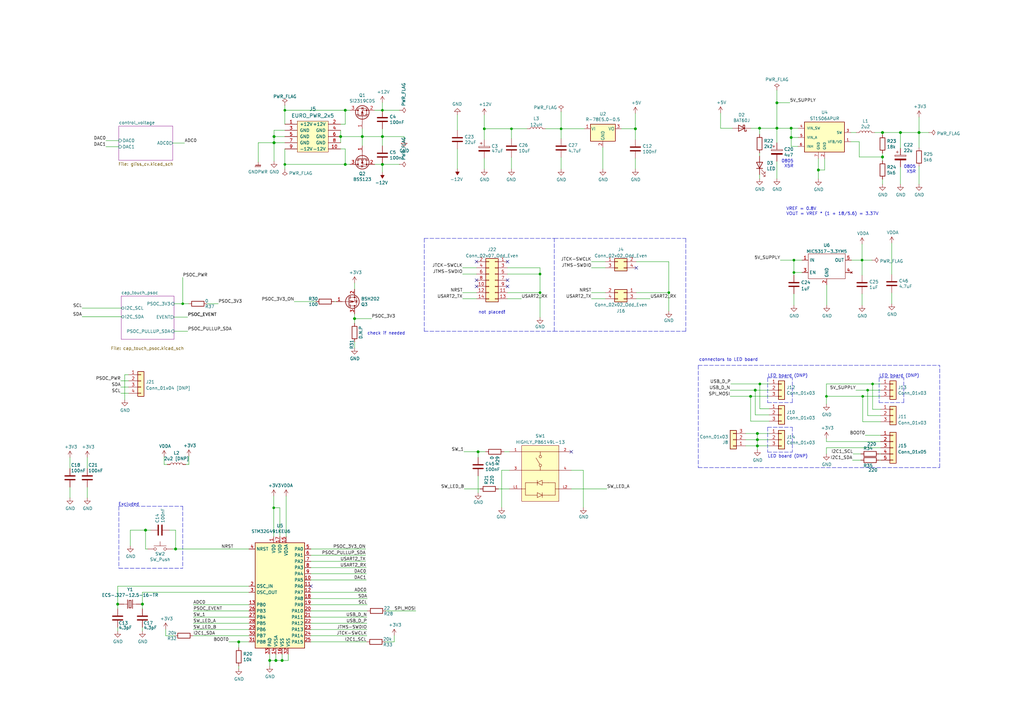
<source format=kicad_sch>
(kicad_sch (version 20211123) (generator eeschema)
  (paper "A3")
  (junction (at 139.7 56.007) (diameter 1.016))
  (junction (at 209.7786 52.832))
  (junction (at 325.628 111.76))
  (junction (at 74.93 124.587))
  (junction (at 97.917 263.271) (diameter 1.016))
  (junction (at 311.531 52.578) (diameter 1.016))
  (junction (at 260.604 52.832) (diameter 1.016))
  (junction (at 156.845 56.007) (diameter 1.016))
  (junction (at 141.605 67.437) (diameter 1.016))
  (junction (at 311.658 157.48))
  (junction (at 115.697 270.891) (diameter 1.016))
  (junction (at 338.963 162.56))
  (junction (at 318.643 42.164) (diameter 1.016))
  (junction (at 113.157 270.891) (diameter 1.016))
  (junction (at 324.485 56.388) (diameter 1.016))
  (junction (at 112.395 56.007) (diameter 1.016))
  (junction (at 335.661 69.723) (diameter 1.016))
  (junction (at 310.642 177.8) (diameter 1.016))
  (junction (at 324.485 52.578) (diameter 1.016))
  (junction (at 198.6534 52.832))
  (junction (at 156.845 45.212))
  (junction (at 355.854 160.02))
  (junction (at 230.124 52.832))
  (junction (at 112.395 58.547) (diameter 1.016))
  (junction (at 145.415 130.683) (diameter 1.016))
  (junction (at 59.69 217.424) (diameter 1.016))
  (junction (at 198.628 52.832))
  (junction (at 309.753 160.02) (diameter 1.016))
  (junction (at 112.395 58.5216))
  (junction (at 274.32 120.015))
  (junction (at 196.088 185.293) (diameter 1.016))
  (junction (at 310.642 182.88) (diameter 1.016))
  (junction (at 221.488 112.395))
  (junction (at 110.617 270.891) (diameter 1.016))
  (junction (at 141.605 45.212) (diameter 1.016))
  (junction (at 148.59 56.007) (diameter 1.016))
  (junction (at 361.95 54.356) (diameter 1.016))
  (junction (at 112.268 208.28))
  (junction (at 221.488 120.015))
  (junction (at 116.84 45.212))
  (junction (at 58.42 247.777) (diameter 1.016))
  (junction (at 48.26 247.777) (diameter 1.016))
  (junction (at 376.936 54.356) (diameter 1.016))
  (junction (at 357.886 157.48))
  (junction (at 156.845 67.437) (diameter 1.016))
  (junction (at 116.84 67.437))
  (junction (at 310.642 180.34) (diameter 1.016))
  (junction (at 353.568 106.68))
  (junction (at 369.316 54.356) (diameter 1.016))
  (junction (at 353.822 162.56))
  (junction (at 361.95 64.389) (diameter 1.016))
  (junction (at 325.628 106.68))
  (junction (at 318.643 52.578) (diameter 1.016))
  (junction (at 72.009 225.171) (diameter 1.016))
  (junction (at 307.848 162.56) (diameter 1.016))
  (no_connect (at 234.315 185.293))
  (no_connect (at 208.153 114.935))
  (no_connect (at 208.153 117.475))
  (no_connect (at 195.453 107.315))
  (no_connect (at 260.985 109.855))
  (no_connect (at 127.508 240.411))
  (no_connect (at 208.153 107.315))
  (no_connect (at 195.453 114.935))
  (no_connect (at 195.453 117.475))
  (wire (pts (xy 153.67 67.437) (xy 156.845 67.437)))
  (wire (pts (xy 139.7 50.927) (xy 141.605 50.927)))
  (wire (pts (xy 141.605 61.087) (xy 139.7 61.087)))
  (wire (pts (xy 348.996 58.166) (xy 352.425 58.166)))
  (wire (pts (xy 115.697 270.891) (xy 113.157 270.891)))
  (wire (pts (xy 338.201 69.723) (xy 335.661 69.723)))
  (wire (pts (xy 338.963 183.642) (xy 338.963 186.182)))
  (wire (pts (xy 112.395 56.007) (xy 112.395 58.5216)))
  (wire (pts (xy 310.642 182.88) (xy 315.468 182.88)))
  (polyline (pts (xy 314.833 175.26) (xy 324.993 175.26)))
  (wire (pts (xy 33.655 129.921) (xy 49.7332 129.921)))
  (wire (pts (xy 353.822 162.56) (xy 361.188 162.56)))
  (wire (pts (xy 208.153 109.855) (xy 221.488 109.855)))
  (wire (pts (xy 376.936 54.356) (xy 376.936 60.579)))
  (wire (pts (xy 198.628 52.832) (xy 198.6534 52.832)))
  (wire (pts (xy 206.756 185.293) (xy 208.915 185.293)))
  (wire (pts (xy 117.348 203.454) (xy 117.348 220.091)))
  (wire (pts (xy 353.568 106.68) (xy 357.632 106.68)))
  (wire (pts (xy 116.84 45.212) (xy 141.605 45.212)))
  (wire (pts (xy 69.469 217.424) (xy 72.009 217.424)))
  (wire (pts (xy 305.816 182.88) (xy 310.642 182.88)))
  (wire (pts (xy 239.268 192.913) (xy 239.268 208.153)))
  (wire (pts (xy 156.845 45.212) (xy 163.8554 45.212)))
  (wire (pts (xy 58.42 257.302) (xy 58.42 258.826)))
  (wire (pts (xy 48.26 240.411) (xy 102.108 240.411)))
  (wire (pts (xy 48.26 257.302) (xy 48.26 258.826)))
  (wire (pts (xy 299.466 162.56) (xy 307.848 162.56)))
  (wire (pts (xy 139.7 56.007) (xy 148.59 56.007)))
  (wire (pts (xy 156.845 56.007) (xy 165.735 56.007)))
  (wire (pts (xy 79.248 258.191) (xy 102.108 258.191)))
  (wire (pts (xy 320.04 106.68) (xy 325.628 106.68)))
  (wire (pts (xy 71.374 135.89) (xy 77.0128 135.89)))
  (wire (pts (xy 310.642 177.8) (xy 315.468 177.8)))
  (wire (pts (xy 97.917 273.177) (xy 97.917 274.193)))
  (wire (pts (xy 76.2 190.5) (xy 77.47 190.5)))
  (wire (pts (xy 120.65 123.698) (xy 129.54 123.698)))
  (wire (pts (xy 357.886 167.894) (xy 357.886 157.48)))
  (wire (pts (xy 247.269 60.452) (xy 247.269 69.342)))
  (wire (pts (xy 196.088 185.293) (xy 196.088 187.579)))
  (wire (pts (xy 189.738 120.015) (xy 195.453 120.015)))
  (polyline (pts (xy 227.33 135.89) (xy 227.33 97.79)))
  (wire (pts (xy 365.76 120.142) (xy 365.76 124.587)))
  (wire (pts (xy 67.31 190.5) (xy 68.58 190.5)))
  (wire (pts (xy 196.088 195.199) (xy 196.088 202.184)))
  (polyline (pts (xy 48.768 233.045) (xy 74.93 233.045)) (stroke (width 0) (type dash)))
  (wire (pts (xy 338.963 162.56) (xy 338.963 165.735)))
  (wire (pts (xy 112.395 58.5216) (xy 112.395 58.547)))
  (wire (pts (xy 190.246 185.293) (xy 196.088 185.293)))
  (wire (pts (xy 127.508 253.111) (xy 150.495 253.111)))
  (wire (pts (xy 79.248 260.731) (xy 102.108 260.731)))
  (wire (pts (xy 189.738 122.555) (xy 195.453 122.555)))
  (wire (pts (xy 349.25 106.68) (xy 353.568 106.68)))
  (wire (pts (xy 156.845 56.007) (xy 156.845 59.817)))
  (wire (pts (xy 105.918 58.5216) (xy 112.395 58.5216)))
  (wire (pts (xy 307.975 52.578) (xy 311.531 52.578)))
  (wire (pts (xy 351.028 160.02) (xy 355.854 160.02)))
  (wire (pts (xy 158.242 250.571) (xy 170.561 250.571)))
  (wire (pts (xy 339.09 116.84) (xy 339.09 125.222)))
  (wire (pts (xy 311.531 62.738) (xy 311.531 64.008)))
  (wire (pts (xy 369.316 54.356) (xy 361.95 54.356)))
  (wire (pts (xy 127.508 250.571) (xy 150.622 250.571)))
  (wire (pts (xy 315.468 170.18) (xy 309.753 170.18)))
  (wire (pts (xy 355.854 170.434) (xy 355.854 160.02)))
  (wire (pts (xy 361.95 54.356) (xy 361.95 55.245)))
  (wire (pts (xy 84.963 124.587) (xy 89.535 124.587)))
  (wire (pts (xy 318.643 42.164) (xy 318.643 52.578)))
  (wire (pts (xy 315.468 167.64) (xy 311.658 167.64)))
  (wire (pts (xy 127.508 225.171) (xy 149.987 225.171)))
  (wire (pts (xy 71.374 124.587) (xy 74.93 124.587)))
  (wire (pts (xy 242.57 109.855) (xy 248.285 109.855)))
  (wire (pts (xy 127.508 237.871) (xy 150.241 237.871)))
  (wire (pts (xy 205.74 192.913) (xy 208.915 192.913)))
  (wire (pts (xy 310.642 180.34) (xy 315.468 180.34)))
  (polyline (pts (xy 281.305 135.89) (xy 227.33 135.89)))
  (wire (pts (xy 318.643 52.578) (xy 318.643 58.547)))
  (wire (pts (xy 189.738 112.395) (xy 195.453 112.395)))
  (wire (pts (xy 376.936 54.356) (xy 381 54.356)))
  (wire (pts (xy 72.009 225.171) (xy 102.108 225.171)))
  (wire (pts (xy 260.604 52.832) (xy 260.604 57.277)))
  (wire (pts (xy 365.76 99.695) (xy 365.76 112.522)))
  (wire (pts (xy 118.237 268.351) (xy 118.237 270.891)))
  (polyline (pts (xy 173.99 135.89) (xy 227.33 135.89)))
  (wire (pts (xy 242.57 120.015) (xy 248.285 120.015)))
  (wire (pts (xy 187.6044 53.4416) (xy 187.6044 47.0154)))
  (wire (pts (xy 116.84 50.927) (xy 116.84 45.212)))
  (wire (pts (xy 187.6044 69.2404) (xy 187.6044 61.0616)))
  (wire (pts (xy 58.42 247.777) (xy 58.42 249.682)))
  (polyline (pts (xy 385.445 191.77) (xy 385.445 149.86)) (stroke (width 0) (type dash)))
  (wire (pts (xy 325.628 120.4976) (xy 325.628 125.222)))
  (wire (pts (xy 116.84 43.18) (xy 116.84 45.212)))
  (polyline (pts (xy 227.33 97.79) (xy 281.305 97.79)))
  (wire (pts (xy 102.108 248.031) (xy 79.248 248.031)))
  (wire (pts (xy 70.739 225.171) (xy 72.009 225.171)))
  (polyline (pts (xy 286.385 149.86) (xy 286.385 191.77)) (stroke (width 0) (type dash)))
  (wire (pts (xy 51.181 163.957) (xy 51.181 153.67)))
  (wire (pts (xy 361.95 73.533) (xy 361.95 75.565)))
  (wire (pts (xy 112.395 58.547) (xy 116.84 58.547)))
  (wire (pts (xy 338.963 181.102) (xy 338.963 179.832)))
  (wire (pts (xy 198.6534 52.832) (xy 198.6534 52.8574)))
  (wire (pts (xy 116.84 53.467) (xy 112.395 53.467)))
  (wire (pts (xy 299.72 157.48) (xy 311.658 157.48)))
  (wire (pts (xy 145.415 128.778) (xy 145.415 130.683)))
  (wire (pts (xy 209.7786 52.832) (xy 216.154 52.832)))
  (wire (pts (xy 318.643 66.167) (xy 318.643 73.279)))
  (wire (pts (xy 161.671 260.604) (xy 161.671 263.271)))
  (wire (pts (xy 325.628 111.76) (xy 325.628 106.68)))
  (wire (pts (xy 376.936 48.006) (xy 376.936 54.356)))
  (wire (pts (xy 311.658 157.48) (xy 315.468 157.48)))
  (wire (pts (xy 361.188 170.434) (xy 355.854 170.434)))
  (wire (pts (xy 112.395 56.007) (xy 116.84 56.007)))
  (wire (pts (xy 361.188 183.642) (xy 338.963 183.642)))
  (wire (pts (xy 311.531 52.578) (xy 311.531 55.118)))
  (wire (pts (xy 79.248 250.571) (xy 102.108 250.571)))
  (wire (pts (xy 311.658 157.48) (xy 311.658 167.64)))
  (polyline (pts (xy 370.713 165.1) (xy 370.713 154.94)))
  (wire (pts (xy 208.153 120.015) (xy 221.488 120.015)))
  (wire (pts (xy 114.808 208.28) (xy 114.808 220.091)))
  (wire (pts (xy 315.468 172.72) (xy 307.848 172.72)))
  (wire (pts (xy 127.508 263.271) (xy 150.368 263.271)))
  (wire (pts (xy 361.188 167.894) (xy 357.886 167.894)))
  (wire (pts (xy 97.917 263.271) (xy 97.917 265.557)))
  (wire (pts (xy 324.485 52.578) (xy 327.406 52.578)))
  (wire (pts (xy 145.415 130.683) (xy 152.4 130.683)))
  (wire (pts (xy 230.124 45.8216) (xy 230.124 52.832)))
  (wire (pts (xy 198.628 52.832) (xy 198.628 57.277)))
  (wire (pts (xy 112.395 58.547) (xy 112.395 66.167)))
  (wire (pts (xy 153.67 45.212) (xy 156.845 45.212)))
  (wire (pts (xy 127.508 230.251) (xy 149.987 230.251)))
  (wire (pts (xy 105.918 66.4464) (xy 105.918 58.5216)))
  (wire (pts (xy 230.124 52.832) (xy 230.124 56.896)))
  (wire (pts (xy 137.16 123.698) (xy 137.795 123.698)))
  (wire (pts (xy 361.95 64.389) (xy 361.95 65.913)))
  (wire (pts (xy 145.415 116.078) (xy 145.415 118.618)))
  (polyline (pts (xy 173.99 97.79) (xy 173.99 135.89)))
  (wire (pts (xy 112.268 208.28) (xy 114.808 208.28)))
  (wire (pts (xy 67.945 260.731) (xy 71.628 260.731)))
  (polyline (pts (xy 314.833 185.42) (xy 324.993 185.42)))
  (wire (pts (xy 221.488 112.395) (xy 221.488 120.015)))
  (wire (pts (xy 358.775 54.356) (xy 361.95 54.356)))
  (wire (pts (xy 53.467 217.424) (xy 59.69 217.424)))
  (wire (pts (xy 156.845 67.437) (xy 163.8554 67.437)))
  (wire (pts (xy 318.643 42.164) (xy 323.977 42.164)))
  (wire (pts (xy 353.568 100.076) (xy 353.568 106.68)))
  (wire (pts (xy 223.774 52.832) (xy 230.124 52.832)))
  (wire (pts (xy 127.508 235.331) (xy 150.241 235.331)))
  (polyline (pts (xy 314.833 154.94) (xy 324.993 154.94)))
  (wire (pts (xy 58.42 242.951) (xy 58.42 247.777)))
  (wire (pts (xy 53.467 217.424) (xy 53.467 223.901)))
  (wire (pts (xy 113.157 270.891) (xy 110.617 270.891)))
  (wire (pts (xy 139.7 53.467) (xy 139.7 56.007)))
  (wire (pts (xy 48.26 247.777) (xy 48.26 249.682)))
  (wire (pts (xy 311.531 52.578) (xy 318.643 52.578)))
  (wire (pts (xy 349.631 188.722) (xy 353.06 188.722)))
  (wire (pts (xy 260.604 46.482) (xy 260.604 52.832)))
  (wire (pts (xy 299.466 160.02) (xy 309.753 160.02)))
  (wire (pts (xy 116.84 67.437) (xy 141.605 67.437)))
  (polyline (pts (xy 173.99 97.79) (xy 227.33 97.79)))
  (wire (pts (xy 199.136 185.293) (xy 196.088 185.293)))
  (wire (pts (xy 305.816 177.8) (xy 310.642 177.8)))
  (wire (pts (xy 353.822 172.974) (xy 353.822 162.56)))
  (wire (pts (xy 335.661 69.723) (xy 335.661 73.406)))
  (wire (pts (xy 102.108 253.111) (xy 79.248 253.111)))
  (wire (pts (xy 35.814 187.579) (xy 35.814 192.151)))
  (wire (pts (xy 43.434 60.198) (xy 48.768 60.198)))
  (wire (pts (xy 309.753 160.02) (xy 309.753 170.18)))
  (wire (pts (xy 369.316 68.453) (xy 369.316 75.565)))
  (wire (pts (xy 71.374 130.048) (xy 76.962 130.048)))
  (wire (pts (xy 209.7786 56.896) (xy 209.7786 52.832)))
  (polyline (pts (xy 360.553 165.1) (xy 370.713 165.1)))
  (wire (pts (xy 208.153 112.395) (xy 221.488 112.395)))
  (wire (pts (xy 74.93 124.587) (xy 77.343 124.587)))
  (wire (pts (xy 198.628 47.117) (xy 198.628 52.832)))
  (wire (pts (xy 112.268 208.28) (xy 112.268 220.091)))
  (wire (pts (xy 230.124 52.832) (xy 239.649 52.832)))
  (wire (pts (xy 325.628 111.76) (xy 325.628 112.8776)))
  (polyline (pts (xy 48.768 207.645) (xy 74.93 207.645)) (stroke (width 0) (type dash)))
  (wire (pts (xy 318.643 52.578) (xy 324.485 52.578)))
  (wire (pts (xy 112.268 203.454) (xy 112.268 208.28)))
  (wire (pts (xy 67.31 187.325) (xy 67.31 190.5)))
  (wire (pts (xy 112.395 53.467) (xy 112.395 56.007)))
  (polyline (pts (xy 360.553 154.94) (xy 360.553 165.1)))
  (wire (pts (xy 93.853 263.271) (xy 97.917 263.271)))
  (wire (pts (xy 72.009 217.424) (xy 72.009 225.171)))
  (wire (pts (xy 115.697 268.351) (xy 115.697 270.891)))
  (wire (pts (xy 190.373 200.533) (xy 196.85 200.533)))
  (wire (pts (xy 338.963 157.48) (xy 338.963 162.56)))
  (wire (pts (xy 274.32 107.315) (xy 274.32 120.015)))
  (wire (pts (xy 325.628 106.68) (xy 328.93 106.68)))
  (wire (pts (xy 61.849 217.424) (xy 59.69 217.424)))
  (wire (pts (xy 208.153 122.555) (xy 213.868 122.555)))
  (wire (pts (xy 148.59 56.007) (xy 156.845 56.007)))
  (wire (pts (xy 48.26 240.411) (xy 48.26 247.777)))
  (wire (pts (xy 35.814 199.771) (xy 35.814 204.216)))
  (wire (pts (xy 353.568 106.68) (xy 353.568 112.903)))
  (polyline (pts (xy 74.93 207.645) (xy 74.93 207.645)) (stroke (width 0) (type dash)))
  (wire (pts (xy 338.963 157.48) (xy 357.886 157.48)))
  (wire (pts (xy 221.488 120.015) (xy 221.488 130.175)))
  (wire (pts (xy 141.605 67.437) (xy 141.605 61.087)))
  (wire (pts (xy 338.963 162.56) (xy 353.822 162.56)))
  (wire (pts (xy 376.936 54.356) (xy 369.316 54.356)))
  (wire (pts (xy 74.93 124.587) (xy 74.93 113.792)))
  (wire (pts (xy 335.661 65.024) (xy 335.661 69.723)))
  (polyline (pts (xy 360.553 154.94) (xy 370.713 154.94)))
  (wire (pts (xy 307.848 162.56) (xy 315.468 162.56)))
  (wire (pts (xy 327.279 60.071) (xy 324.485 60.071)))
  (wire (pts (xy 242.57 107.315) (xy 248.285 107.315)))
  (wire (pts (xy 49.53 156.21) (xy 52.705 156.21)))
  (wire (pts (xy 110.617 270.891) (xy 110.617 273.177)) (stroke (width 0.1524)))
  (wire (pts (xy 357.886 157.48) (xy 361.188 157.48)))
  (wire (pts (xy 361.188 172.974) (xy 353.822 172.974)))
  (polyline (pts (xy 324.993 175.26) (xy 324.993 185.42)))
  (wire (pts (xy 318.643 36.957) (xy 318.643 42.164)))
  (wire (pts (xy 139.7 56.007) (xy 139.7 58.547)))
  (wire (pts (xy 127.508 258.191) (xy 150.495 258.191)))
  (wire (pts (xy 165.735 56.007) (xy 165.735 57.4802)))
  (wire (pts (xy 309.753 160.02) (xy 315.468 160.02)))
  (wire (pts (xy 310.642 182.88) (xy 310.642 184.404)))
  (wire (pts (xy 156.845 67.437) (xy 156.845 70.612)))
  (wire (pts (xy 148.59 56.007) (xy 148.59 59.817)))
  (wire (pts (xy 43.434 57.658) (xy 48.768 57.658)))
  (wire (pts (xy 145.415 130.683) (xy 145.415 132.588)))
  (wire (pts (xy 260.985 122.555) (xy 266.7 122.555)))
  (wire (pts (xy 295.529 46.355) (xy 295.529 52.578)))
  (wire (pts (xy 349.885 186.182) (xy 353.06 186.182)))
  (wire (pts (xy 77.47 187.071) (xy 77.47 190.5)))
  (wire (pts (xy 141.605 45.212) (xy 143.51 45.212)))
  (wire (pts (xy 260.604 64.897) (xy 260.604 69.342)))
  (wire (pts (xy 67.945 258.064) (xy 67.945 260.731)))
  (polyline (pts (xy 48.768 207.645) (xy 48.768 233.045)) (stroke (width 0) (type dash)))
  (wire (pts (xy 127.508 227.711) (xy 149.987 227.711)))
  (wire (pts (xy 143.51 67.437) (xy 141.605 67.437)))
  (wire (pts (xy 274.32 120.015) (xy 274.32 127.635)))
  (wire (pts (xy 148.59 52.832) (xy 148.59 56.007)))
  (wire (pts (xy 127.508 242.951) (xy 150.368 242.951)))
  (wire (pts (xy 324.485 56.388) (xy 324.485 52.578)))
  (wire (pts (xy 127.508 255.651) (xy 150.495 255.651)))
  (wire (pts (xy 295.529 52.578) (xy 300.355 52.578)))
  (wire (pts (xy 310.642 177.8) (xy 310.642 180.34)))
  (polyline (pts (xy 314.833 175.26) (xy 314.833 185.42)))
  (wire (pts (xy 59.69 217.424) (xy 59.69 225.171)))
  (wire (pts (xy 145.415 140.208) (xy 145.415 142.748)))
  (wire (pts (xy 156.845 52.832) (xy 156.845 56.007)))
  (wire (pts (xy 141.605 50.927) (xy 141.605 45.212)))
  (wire (pts (xy 161.671 263.271) (xy 157.988 263.271)))
  (wire (pts (xy 221.488 109.855) (xy 221.488 112.395)))
  (wire (pts (xy 209.7786 64.516) (xy 209.7786 69.342)))
  (polyline (pts (xy 324.993 165.1) (xy 324.993 154.94)))
  (wire (pts (xy 355.854 160.02) (xy 361.188 160.02)))
  (wire (pts (xy 110.617 268.351) (xy 110.617 270.891)) (stroke (width 0.1524)))
  (wire (pts (xy 33.655 126.365) (xy 49.7332 126.365)))
  (wire (pts (xy 307.848 162.56) (xy 307.848 172.72)))
  (wire (pts (xy 260.985 120.015) (xy 274.32 120.015)))
  (wire (pts (xy 79.248 255.651) (xy 102.108 255.651)))
  (wire (pts (xy 28.702 187.579) (xy 28.702 192.151)))
  (wire (pts (xy 369.316 60.833) (xy 369.316 54.356)))
  (wire (pts (xy 353.568 120.523) (xy 353.568 125.2474)))
  (wire (pts (xy 116.84 67.437) (xy 116.84 69.342)))
  (wire (pts (xy 127.508 260.731) (xy 150.495 260.731)))
  (wire (pts (xy 352.425 64.389) (xy 361.95 64.389)))
  (wire (pts (xy 361.95 62.865) (xy 361.95 64.389)))
  (polyline (pts (xy 314.833 165.1) (xy 324.993 165.1)))
  (wire (pts (xy 189.738 109.855) (xy 195.453 109.855)))
  (wire (pts (xy 58.42 242.951) (xy 102.108 242.951)))
  (wire (pts (xy 116.84 61.087) (xy 116.84 67.437)))
  (wire (pts (xy 113.157 268.351) (xy 113.157 270.891)))
  (wire (pts (xy 352.425 58.166) (xy 352.425 64.389)))
  (wire (pts (xy 348.996 54.356) (xy 351.155 54.356)))
  (wire (pts (xy 360.68 188.722) (xy 361.188 188.722)))
  (wire (pts (xy 51.181 153.67) (xy 52.705 153.67)))
  (wire (pts (xy 59.69 225.171) (xy 60.579 225.171)))
  (wire (pts (xy 204.47 200.533) (xy 208.915 200.533)))
  (wire (pts (xy 49.53 158.75) (xy 52.705 158.75)))
  (wire (pts (xy 354.838 178.562) (xy 361.188 178.562)))
  (wire (pts (xy 376.936 68.199) (xy 376.936 75.565)))
  (wire (pts (xy 198.6534 52.832) (xy 209.7786 52.832)))
  (wire (pts (xy 156.845 42.037) (xy 156.845 45.212)))
  (wire (pts (xy 310.642 180.34) (xy 310.642 182.88)))
  (wire (pts (xy 360.68 186.182) (xy 361.188 186.182)))
  (polyline (pts (xy 74.93 207.645) (xy 74.93 233.045)) (stroke (width 0) (type dash)))
  (wire (pts (xy 70.866 58.674) (xy 75.692 58.674)))
  (wire (pts (xy 328.93 111.76) (xy 325.628 111.76)))
  (wire (pts (xy 327.406 56.388) (xy 324.485 56.388)))
  (wire (pts (xy 311.531 71.628) (xy 311.531 73.279)))
  (wire (pts (xy 242.57 122.555) (xy 248.285 122.555)))
  (wire (pts (xy 118.237 270.891) (xy 115.697 270.891)))
  (wire (pts (xy 127.508 232.791) (xy 150.241 232.791)))
  (wire (pts (xy 49.53 161.29) (xy 52.705 161.29)))
  (wire (pts (xy 324.485 60.071) (xy 324.485 56.388)))
  (wire (pts (xy 97.917 263.271) (xy 102.108 263.271)))
  (wire (pts (xy 205.74 192.913) (xy 205.74 208.153)))
  (wire (pts (xy 234.315 192.913) (xy 239.268 192.913)))
  (wire (pts (xy 361.188 181.102) (xy 338.963 181.102)))
  (wire (pts (xy 230.124 64.516) (xy 230.124 69.3674)))
  (polyline (pts (xy 286.385 191.77) (xy 385.445 191.77)) (stroke (width 0) (type dash)))
  (wire (pts (xy 234.315 200.533) (xy 248.92 200.533)))
  (polyline (pts (xy 281.305 97.79) (xy 281.305 135.89)))
  (wire (pts (xy 254.889 52.832) (xy 260.604 52.832)))
  (polyline (pts (xy 286.385 149.86) (xy 385.445 149.86)) (stroke (width 0) (type dash)))
  (wire (pts (xy 338.201 65.024) (xy 338.201 69.723)))
  (wire (pts (xy 28.702 199.771) (xy 28.702 204.216)))
  (wire (pts (xy 127.508 248.031) (xy 150.622 248.031)))
  (wire (pts (xy 198.628 64.897) (xy 198.628 69.342)))
  (wire (pts (xy 305.816 180.34) (xy 310.642 180.34)))
  (polyline (pts (xy 314.833 154.94) (xy 314.833 165.1)))
  (wire (pts (xy 127.508 245.491) (xy 150.622 245.491)))
  (wire (pts (xy 260.985 107.315) (xy 274.32 107.315)))
  (text "Excluded" (at 57.15 207.645 180) (effects (font (size 1.27 1.27)) (justify right bottom)))
  (text "LED board (DNP)" (at 314.833 187.96 0) (effects (font (size 1.27 1.27)) (justify left bottom)))
  (text "0805\nX5R" (at 375.666 71.247 180) (effects (font (size 1.27 1.27)) (justify right bottom)))
  (text "LED board (DNP)" (at 314.833 154.94 0) (effects (font (size 1.27 1.27)) (justify left bottom)))
  (text "connectors to LED board" (at 310.896 148.336 180) (effects (font (size 1.27 1.27)) (justify right bottom)))
  (text "VREF = 0.8V\nVOUT = VREF * (1 + 18/5.6) = 3.37V" (at 322.453 88.519 0) (effects (font (size 1.27 1.27)) (justify left bottom)))
  (text "check if needed" (at 150.622 137.541 0) (effects (font (size 1.27 1.27)) (justify left bottom)))
  (text "0805\nX5R" (at 325.501 68.961 180) (effects (font (size 1.27 1.27)) (justify right bottom)))
  (text "LED board (DNP)" (at 360.553 154.94 0) (effects (font (size 1.27 1.27)) (justify left bottom)))
  (text "not placed!" (at 196.215 128.905 0) (effects (font (size 1.27 1.27)) (justify left bottom)))
  (label "NRST" (at 242.57 120.015 180))
  (label "SW_LED_B" (at 190.373 200.533 180))
  (label "USART2_RX" (at 150.241 232.791 180))
  (label "NRST" (at 189.738 120.015 180))
  (label "USART2_TX" (at 242.57 122.555 180))
  (label "JTMS-SWDIO" (at 242.57 109.855 180))
  (label "SPI_MOSI" (at 299.466 162.56 180))
  (label "USB_D_P" (at 150.495 255.651 180))
  (label "ADC0" (at 75.692 58.674 0))
  (label "SPI_MOSI" (at 170.561 250.571 180))
  (label "PSOC_3V3_ON" (at 149.987 225.171 180))
  (label "PSOC_3V3" (at 152.4 130.683 0))
  (label "SDA" (at 150.622 245.491 180))
  (label "SDA" (at 49.53 158.75 180))
  (label "USB_D_N" (at 299.466 160.02 180))
  (label "USART2_TX" (at 149.987 230.251 180))
  (label "PSOC_PWR" (at 49.53 156.21 180))
  (label "PSOC_PULLUP_SDA" (at 149.987 227.711 180))
  (label "USB_D_P" (at 299.72 157.48 180))
  (label "SCL" (at 150.622 248.031 180))
  (label "SDA" (at 33.655 129.921 180))
  (label "PSOC_3V3_ON" (at 120.65 123.698 180))
  (label "5V_SUPPLY" (at 323.977 42.164 0))
  (label "USART2_RX" (at 266.7 122.555 0))
  (label "I2C1_SDA" (at 79.248 260.731 0))
  (label "DAC1" (at 43.434 60.198 180))
  (label "5V_SUPPLY" (at 320.04 106.68 180))
  (label "PSOC_EVENT" (at 79.248 250.571 0))
  (label "SW_LED_A" (at 79.248 255.651 0))
  (label "BOOT0" (at 93.853 263.271 180))
  (label "SW_LED_B" (at 79.248 258.191 0))
  (label "DAC0" (at 150.241 235.331 180))
  (label "PSOC_EVENT" (at 76.962 130.048 0))
  (label "ADC0" (at 150.368 242.951 180))
  (label "PSOC_PWR" (at 74.93 113.792 0))
  (label "USART2_TX" (at 189.738 122.555 180))
  (label "I2C1_SCL" (at 150.368 263.271 180))
  (label "USB_D_N" (at 150.495 253.111 180))
  (label "SCL" (at 49.53 161.29 180))
  (label "ADC0" (at 79.248 248.031 0))
  (label "JTMS-SWDIO" (at 150.495 258.191 180))
  (label "PSOC_PULLUP_SDA" (at 77.0128 135.89 0))
  (label "I2C1_SCL" (at 349.885 186.182 180))
  (label "SW_1" (at 190.246 185.293 180))
  (label "SW_1" (at 79.248 253.111 0))
  (label "NRST" (at 95.758 225.171 180))
  (label "I2C1_SDA" (at 349.631 188.722 180))
  (label "5V_SUPPLY" (at 351.028 160.02 180))
  (label "JTCK-SWCLK" (at 150.495 260.731 180))
  (label "BOOT0" (at 354.838 178.562 180))
  (label "DAC0" (at 43.434 57.658 180))
  (label "SW_LED_A" (at 248.92 200.533 0))
  (label "JTCK-SWCLK" (at 242.57 107.315 180))
  (label "PSOC_EVENT" (at 76.962 130.048 0))
  (label "PSOC_3V3" (at 89.535 124.587 0))
  (label "JTCK-SWCLK" (at 189.738 109.855 180))
  (label "JTMS-SWDIO" (at 189.738 112.395 180))
  (label "SCL" (at 33.655 126.365 180))
  (label "USART2_RX" (at 213.868 122.555 0))
  (label "DAC1" (at 150.241 237.871 180))
  (symbol (lib_id "power:VDDA") (at 353.568 100.076 0) (unit 1)
    (property "Reference" "#PWR0144" (effects hide))
    (property "Value" "VDDA" (at 353.9363 95.7516 0))
  )
  (symbol (lib_id "Gliss:HIGLY_PB6149L-13-DUAL_v2") (at 221.615 192.913 0) (unit 1)
    (property "Reference" "SW1" (at 221.615 178.816 0))
    (property "Value" "HIGHLY_PB6149L-13" (at 221.615 181.3529 0))
    (property "Footprint" "Gliss:HIGHLY_PB6149L_v4" (effects hide))
    (property "manf#" "PB6149L-13" (effects hide))
  )
  (symbol (lib_id "power:VDDA") (at 365.76 99.695 0) (unit 1)
    (property "Reference" "#PWR011" (effects hide))
    (property "Value" "VDDA" (at 366.1283 95.3706 0))
  )
  (symbol (lib_id "Device:D_Schottky") (at 304.165 52.578 180) (unit 1)
    (property "Reference" "D2" (at 304.165 47.0978 0))
    (property "Value" "BAT60J" (at 304.165 49.403 0))
    (property "Footprint" "Diode_SMD:D_SOD-323" (effects hide))
    (property "manf#" "BAT60JFILM" (effects hide))
  )
  (symbol (lib_id "Device:R") (at 361.95 69.723 0) (unit 1)
    (property "Reference" "R24" (at 363.7281 68.5736 0) (effects (justify left)))
    (property "Value" "5k6" (at 363.728 70.866 0) (effects (justify left)))
    (property "Footprint" "Resistor_SMD:R_0402_1005Metric" (effects hide))
  )
  (symbol (lib_id "power:PWR_FLAG") (at 163.8554 67.437 270) (unit 1)
    (property "Reference" "#FLG0103" (effects hide))
    (property "Value" "PWR_FLAG" (at 165.5592 65.786 0) (effects (justify right)))
  )
  (symbol (lib_id "Device:C_Polarized") (at 369.316 64.643 0) (unit 1)
    (property "Reference" "C22" (at 370.5861 59.4296 0) (effects (justify left)))
    (property "Value" "22u" (at 370.586 61.722 0) (effects (justify left)))
    (property "Footprint" "Capacitor_SMD:C_0805_2012Metric" (effects hide))
  )
  (symbol (lib_id "Device:R") (at 376.936 64.389 0) (unit 1)
    (property "Reference" "R25" (at 378.7141 63.2396 0) (effects (justify left)))
    (property "Value" "5k6" (at 378.714 65.532 0) (effects (justify left)))
    (property "Footprint" "Resistor_SMD:R_0402_1005Metric" (effects hide))
  )
  (symbol (lib_id "Device:Q_PMOS_GSD") (at 142.875 123.698 0) (mirror x) (unit 1)
    (property "Reference" "Q3" (at 148.0821 124.8474 0) (effects (justify left)))
    (property "Value" "BSH202" (at 148.082 122.555 0) (effects (justify left)))
    (property "Footprint" "Package_TO_SOT_SMD:SOT-23" (effects hide))
    (property "manf#" "BSH202" (effects hide))
  )
  (symbol (lib_id "power:GND") (at 274.32 127.635 0) (mirror y) (unit 1)
    (property "Reference" "#PWR0143" (effects hide))
    (property "Value" "GND" (at 274.32 131.445 0))
  )
  (symbol (lib_id "Gliss:ECS-.327-12.5-16-TR") (at 53.34 247.777 0) (unit 1)
    (property "Reference" "Y1" (at 53.34 241.7888 0))
    (property "Value" "ECS-.327-12.5-16-TR" (at 53.34 244.0875 0))
    (property "Footprint" "XTAL_ECS-.327-12.5-16-TR" (effects hide))
    (property "MANUFACTURER" "ECS INC" (effects hide))
    (property "manf#" "ECS-.327-12.5-16-TR" (effects hide))
  )
  (symbol (lib_id "power:VDDA") (at 117.348 203.454 0) (unit 1)
    (property "Reference" "#PWR0133" (effects hide))
    (property "Value" "VDDA" (at 117.7163 199.1296 0))
  )
  (symbol (lib_id "Device:R") (at 97.917 269.367 0) (unit 1)
    (property "Reference" "R20" (at 99.6951 268.2176 0) (effects (justify left)))
    (property "Value" "10k" (at 99.695 270.51 0) (effects (justify left)))
    (property "Footprint" "Resistor_SMD:R_0402_1005Metric" (effects hide))
  )
  (symbol (lib_id "Transistor_FET:Si2319CDS") (at 148.59 47.752 90) (unit 1)
    (property "Reference" "Q1" (at 148.59 39.0968 90))
    (property "Value" "Si2319CDS" (at 148.59 41.3955 90))
    (property "Footprint" "Package_TO_SOT_SMD:SOT-23" (effects hide))
    (property "Datasheet" "http://www.vishay.com/docs/66709/si2319cd.pdf" (effects hide))
    (property "manf#" "SI2319CDS-T1-GE3" (effects hide))
  )
  (symbol (lib_id "Device:C") (at 58.42 253.492 0) (unit 1)
    (property "Reference" "C17" (at 58.8519 255.5176 0) (effects (justify left)))
    (property "Value" "4.3pF" (at 58.9026 257.429 0) (effects (justify left)))
    (property "Footprint" "Capacitor_SMD:C_0402_1005Metric" (effects hide))
  )
  (symbol (lib_id "Connector_Generic:Conn_01x03") (at 366.268 170.434 0) (unit 1)
    (property "Reference" "J11" (at 368.3 170.8693 0) (effects (justify left)))
    (property "Value" "Conn_01x03" (at 368.3 173.4062 0) (effects (justify left)))
    (property "Footprint" "Connector_PinHeader_2.54mm:PinHeader_1x03_P2.54mm_Vertical" (effects hide))
    (property "MANUFACTURER" "3M" (effects hide))
    (property "manf#" "929870-01-03-RA" (effects hide))
  )
  (symbol (lib_id "power:GND") (at 318.643 73.279 0) (unit 1)
    (property "Reference" "#PWR0111" (effects hide))
    (property "Value" "GND" (at 318.7573 77.6034 0))
  )
  (symbol (lib_id "power:GND") (at 110.617 273.177 0) (unit 1)
    (property "Reference" "#PWR0114" (effects hide))
    (property "Value" "GND" (at 110.7313 277.5014 0))
  )
  (symbol (lib_id "Device:R") (at 361.95 59.055 0) (unit 1)
    (property "Reference" "R23" (at 363.7281 57.9056 0) (effects (justify left)))
    (property "Value" "18k" (at 363.728 60.198 0) (effects (justify left)))
    (property "Footprint" "Resistor_SMD:R_0402_1005Metric" (effects hide))
  )
  (symbol (lib_id "power:GND") (at 112.395 66.167 0) (unit 1)
    (property "Reference" "#PWR03" (effects hide))
    (property "Value" "GND" (at 112.5093 70.4914 0))
  )
  (symbol (lib_id "power:-12V") (at 156.845 70.612 180) (unit 1)
    (property "Reference" "#PWR016" (effects hide))
    (property "Value" "-12V" (at 156.4767 74.9364 0))
  )
  (symbol (lib_id "power:GND") (at 165.735 57.4802 0) (unit 1)
    (property "Reference" "#PWR0104" (effects hide))
    (property "Value" "GND" (at 165.8493 61.8046 0))
  )
  (symbol (lib_id "power:+12V") (at 198.628 47.117 0) (unit 1)
    (property "Reference" "#PWR0107" (effects hide))
    (property "Value" "+12V" (at 198.9963 42.7926 0))
  )
  (symbol (lib_id "Connector_Generic:Conn_01x03") (at 366.268 160.02 0) (unit 1) (in_bom no) (on_board no)
    (property "Reference" "J13" (at 368.3 158.9278 0) (effects (justify left)))
    (property "Value" "Conn_01x03" (at 368.3001 161.2201 0) (effects (justify left)))
    (property "Footprint" "Connector_PinHeader_2.54mm:PinHeader_1x03_P2.54mm_Vertical_SMD_Pin1Left" (effects hide))
    (property "MANUFACTURER" "Samtec" (effects hide))
    (property "manf#" "TSM-103-04-L-SV" (effects hide))
  )
  (symbol (lib_id "power:GND") (at 221.488 130.175 0) (mirror y) (unit 1)
    (property "Reference" "#PWR0202" (effects hide))
    (property "Value" "GND" (at 221.488 133.985 0))
  )
  (symbol (lib_id "Device:C") (at 187.6044 57.2516 0) (unit 1)
    (property "Reference" "C23" (at 190.5255 56.1022 0) (effects (justify left)))
    (property "Value" "22uF" (at 190.5254 58.3946 0) (effects (justify left)))
    (property "Footprint" "Capacitor_SMD:C_0805_2012Metric" (effects hide))
  )
  (symbol (lib_id "Device:R") (at 356.87 186.182 270) (unit 1)
    (property "Reference" "R34" (at 354.076 183.896 90) (effects (justify left)))
    (property "Value" "220" (at 355.6 182.118 90) (effects (justify left)))
    (property "Footprint" "Resistor_SMD:R_0402_1005Metric" (effects hide))
  )
  (symbol (lib_id "power:GND") (at 48.26 258.826 0) (unit 1)
    (property "Reference" "#PWR0125" (effects hide))
    (property "Value" "GND" (at 48.3743 263.1504 0))
  )
  (symbol (lib_id "Connector_Generic:Conn_02x02_Odd_Even") (at 253.365 107.315 0) (unit 1)
    (property "Reference" "J4" (at 254.635 102.3452 0))
    (property "Value" "Conn_02x02_Odd_Even" (at 254.635 104.8821 0))
    (property "Footprint" "Connector_PinHeader_1.27mm:PinHeader_2x02_P1.27mm_Vertical" (effects hide))
  )
  (symbol (lib_id "Device:R") (at 154.178 263.271 270) (unit 1)
    (property "Reference" "R33" (at 157.1054 264.4141 90) (effects (justify left)))
    (property "Value" "20k" (at 157.099 262.128 90) (effects (justify left)))
    (property "Footprint" "Resistor_SMD:R_0402_1005Metric" (effects hide))
  )
  (symbol (lib_id "Gliss:ST1S06PUR") (at 338.201 56.261 0) (unit 1)
    (property "Reference" "U4" (at 338.201 46.0818 0))
    (property "Value" "ST1S06APUR" (at 338.201 48.6345 0))
    (property "Footprint" "Package_DFN_QFN:DFN-6-1EP_3x3mm_P0.95mm_EP1.7x2.6mm" (effects hide))
    (property "Datasheet" "https://www.mouser.co.uk/datasheet/2/389/cd00100211-1796400.pdf" (effects hide))
    (property "MANUFACTURER" "STMicroelectronics" (effects hide))
    (property "manf#" "ST1S06APUR" (effects hide))
  )
  (symbol (lib_id "power:+3V3") (at 77.47 187.071 0) (unit 1)
    (property "Reference" "#PWR0166" (effects hide))
    (property "Value" "+3V3" (at 77.8383 182.7466 0))
  )
  (symbol (lib_id "power:GND") (at 145.415 142.748 0) (unit 1)
    (property "Reference" "#PWR0141" (effects hide))
    (property "Value" "GND" (at 145.5293 147.0724 0))
  )
  (symbol (lib_id "Device:C") (at 65.659 217.424 90) (unit 1) (in_bom no) (on_board no)
    (property "Reference" "C14" (at 64.5096 214.5029 0) (effects (justify left)))
    (property "Value" "100nF" (at 66.802 214.503 0) (effects (justify left)))
    (property "Footprint" "Capacitor_SMD:C_0402_1005Metric" (effects hide))
  )
  (symbol (lib_id "power:+3V3") (at 35.814 187.579 0) (unit 1)
    (property "Reference" "#PWR0136" (effects hide))
    (property "Value" "+3V3" (at 36.1823 183.2546 0))
  )
  (symbol (lib_id "power:PWR_FLAG") (at 318.643 36.957 0) (unit 1)
    (property "Reference" "#FLG0101" (effects hide))
    (property "Value" "PWR_FLAG" (at 318.643 32.6326 0))
  )
  (symbol (lib_id "Device:C") (at 209.7786 60.706 0) (unit 1)
    (property "Reference" "C26" (at 212.6997 59.5566 0) (effects (justify left)))
    (property "Value" "10uF" (at 212.6996 61.849 0) (effects (justify left)))
    (property "Footprint" "Capacitor_SMD:C_0603_1608Metric" (effects hide))
  )
  (symbol (lib_id "Device:C") (at 35.814 195.961 0) (unit 1)
    (property "Reference" "C21" (at 36.1951 190.7476 0) (effects (justify left)))
    (property "Value" "100nF" (at 36.195 193.04 0) (effects (justify left)))
    (property "Footprint" "Capacitor_SMD:C_0402_1005Metric" (effects hide))
  )
  (symbol (lib_id "power:GND") (at 196.088 202.184 0) (unit 1)
    (property "Reference" "#PWR0121" (effects hide))
    (property "Value" "GND" (at 196.2023 206.0004 0))
  )
  (symbol (lib_id "power:+3V3") (at 112.268 203.454 0) (unit 1)
    (property "Reference" "#PWR0137" (effects hide))
    (property "Value" "+3V3" (at 112.6363 199.1296 0))
  )
  (symbol (lib_id "Device:L") (at 354.965 54.356 90) (unit 1)
    (property "Reference" "L1" (at 354.965 49.6378 90))
    (property "Value" "2u2" (at 354.965 51.943 90))
    (property "Footprint" "Inductor_SMD:L_0603_1608Metric" (effects hide))
  )
  (symbol (lib_id "Device:C") (at 353.568 116.713 0) (unit 1)
    (property "Reference" "C25" (at 356.4891 115.5636 0) (effects (justify left)))
    (property "Value" "1uF" (at 356.489 117.856 0) (effects (justify left)))
    (property "Footprint" "Capacitor_SMD:C_0402_1005Metric" (effects hide))
  )
  (symbol (lib_id "Device:L") (at 72.39 190.5 90) (unit 1) (in_bom no)
    (property "Reference" "L2" (at 72.39 185.7818 90))
    (property "Value" "2u2 [DNP]" (at 72.39 188.087 90))
    (property "Footprint" "Inductor_SMD:L_0603_1608Metric" (effects hide))
  )
  (symbol (lib_id "Device:R") (at 311.531 58.928 0) (unit 1)
    (property "Reference" "R22" (at 313.3091 57.7786 0) (effects (justify left)))
    (property "Value" "2k2" (at 313.309 60.071 0) (effects (justify left)))
    (property "Footprint" "Resistor_SMD:R_0402_1005Metric" (effects hide))
  )
  (symbol (lib_id "power:GND") (at 325.628 125.222 0) (unit 1)
    (property "Reference" "#PWR0149" (effects hide))
    (property "Value" "GND" (at 325.7423 129.5464 0))
  )
  (symbol (lib_id "power:VDDA") (at 67.31 187.325 0) (unit 1)
    (property "Reference" "#PWR0165" (effects hide))
    (property "Value" "VDDA" (at 67.6783 183.0006 0))
  )
  (symbol (lib_id "Device:R") (at 154.432 250.571 270) (unit 1)
    (property "Reference" "R28" (at 157.3594 251.7141 90) (effects (justify left)))
    (property "Value" "22" (at 157.353 249.428 90) (effects (justify left)))
    (property "Footprint" "Resistor_SMD:R_0402_1005Metric" (effects hide))
  )
  (symbol (lib_id "Device:R") (at 202.946 185.293 270) (unit 1)
    (property "Reference" "R29" (at 204.089 187.071 0) (effects (justify left)))
    (property "Value" "0" (at 201.803 187.071 0) (effects (justify left)))
    (property "Footprint" "Resistor_SMD:R_0402_1005Metric" (effects hide))
  )
  (symbol (lib_id "power:+3V3") (at 28.702 187.579 0) (unit 1)
    (property "Reference" "#PWR0113" (effects hide))
    (property "Value" "+3V3" (at 29.0703 183.2546 0))
  )
  (symbol (lib_id "Connector_Generic:Conn_01x03") (at 320.548 160.02 0) (unit 1) (in_bom no) (on_board no)
    (property "Reference" "J12" (at 322.5801 158.9214 0) (effects (justify left)))
    (property "Value" "Conn_01x03" (at 322.5801 161.2201 0) (effects (justify left)))
    (property "Footprint" "Connector_PinHeader_2.54mm:PinHeader_1x03_P2.54mm_Vertical_SMD_Pin1Left" (effects hide))
    (property "MANUFACTURER" "Samtec" (effects hide))
    (property "manf#" "TSM-103-04-L-SV" (effects hide))
  )
  (symbol (lib_id "power:+5V") (at 260.604 46.482 0) (unit 1)
    (property "Reference" "#PWR0105" (effects hide))
    (property "Value" "+5V" (at 260.9723 42.1576 0))
  )
  (symbol (lib_id "power:+5V") (at 295.529 46.355 0) (unit 1)
    (property "Reference" "#PWR0110" (effects hide))
    (property "Value" "+5V" (at 295.8973 42.0306 0))
  )
  (symbol (lib_id "Gliss:LDO_MIC5317_style") (at 339.09 109.22 0) (unit 1)
    (property "Reference" "U6" (at 339.09 100.5672 0))
    (property "Value" "MIC5317-3.3YM5" (at 339.09 103.1041 0))
    (property "Footprint" "Package_TO_SOT_SMD:TSOT-23-5" (effects hide))
  )
  (symbol (lib_id "Device:C") (at 156.845 49.022 0) (unit 1)
    (property "Reference" "C4" (at 159.7661 47.8726 0) (effects (justify left)))
    (property "Value" "100nF" (at 159.766 50.165 0) (effects (justify left)))
    (property "Footprint" "Capacitor_SMD:C_0805_2012Metric" (effects hide))
  )
  (symbol (lib_id "power:GND") (at 310.642 184.404 0) (unit 1)
    (property "Reference" "#PWR09" (effects hide))
    (property "Value" "GND" (at 310.7563 188.7284 0))
  )
  (symbol (lib_id "power:GND") (at 247.269 69.342 0) (unit 1)
    (property "Reference" "#PWR0109" (effects hide))
    (property "Value" "GND" (at 247.3833 73.6664 0))
  )
  (symbol (lib_id "Gliss:LM7805_TO220") (at 247.269 52.832 0) (unit 1)
    (property "Reference" "U2" (at 247.269 46.7168 0))
    (property "Value" "R-78E5.0-0.5 " (at 247.269 49.0155 0))
    (property "Footprint" "Gliss:R-78-xxx-0.5" (effects hide))
    (property "Datasheet" "https://recom-power.com/pdf/Innoline/R-78-0.5.pdf" (effects hide))
  )
  (symbol (lib_id "power:GND") (at 260.604 69.342 0) (unit 1)
    (property "Reference" "#PWR0106" (effects hide))
    (property "Value" "GND" (at 260.7183 73.6664 0))
  )
  (symbol (lib_id "Device:L") (at 219.964 52.832 90) (unit 1)
    (property "Reference" "L3" (at 219.964 48.6242 90))
    (property "Value" "12uH" (at 219.964 51.1611 90))
    (property "Footprint" "Inductor_SMD:L_1210_3225Metric" (effects hide))
  )
  (symbol (lib_id "power:GND") (at 353.568 125.2474 0) (unit 1)
    (property "Reference" "#PWR0150" (effects hide))
    (property "Value" "GND" (at 353.6823 129.5718 0))
  )
  (symbol (lib_id "power:PWR_FLAG") (at 357.632 106.68 270) (unit 1)
    (property "Reference" "#FLG0106" (effects hide))
    (property "Value" "PWR_FLAG" (at 360.807 107.1138 90) (effects (justify left)))
  )
  (symbol (lib_id "Device:C") (at 28.702 195.961 0) (unit 1)
    (property "Reference" "C18" (at 29.0831 190.7476 0) (effects (justify left)))
    (property "Value" "100nF" (at 29.083 193.04 0) (effects (justify left)))
    (property "Footprint" "Capacitor_SMD:C_0402_1005Metric" (effects hide))
  )
  (symbol (lib_id "power:+3V3") (at 338.963 179.832 0) (unit 1)
    (property "Reference" "#PWR017" (effects hide))
    (property "Value" "+3V3" (at 339.3313 175.5076 0))
  )
  (symbol (lib_id "power:GND") (at 28.702 204.216 0) (unit 1)
    (property "Reference" "#PWR0135" (effects hide))
    (property "Value" "GND" (at 28.8163 208.5404 0))
  )
  (symbol (lib_id "power:PWR_FLAG") (at 230.124 45.8216 0) (unit 1)
    (property "Reference" "#FLG0109" (effects hide))
    (property "Value" "PWR_FLAG" (at 228.473 44.1178 0) (effects (justify right)))
  )
  (symbol (lib_id "power:GND") (at 198.628 69.342 0) (unit 1)
    (property "Reference" "#PWR0108" (effects hide))
    (property "Value" "GND" (at 198.7423 73.6664 0))
  )
  (symbol (lib_id "power:+3V3") (at 145.415 116.078 0) (unit 1)
    (property "Reference" "#PWR0127" (effects hide))
    (property "Value" "+3V3" (at 145.7833 111.7536 0))
  )
  (symbol (lib_id "Connector_Generic:Conn_02x07_Odd_Even") (at 203.073 114.935 0) (mirror y) (unit 1) (in_bom no) (on_board no)
    (property "Reference" "J22" (at 201.803 102.3452 0))
    (property "Value" "Conn_02x07_Odd_Even" (at 201.803 104.8821 0))
    (property "Footprint" "Connector_PinHeader_1.27mm:PinHeader_2x07_P1.27mm_Vertical" (effects hide))
  )
  (symbol (lib_id "power:GND") (at 58.42 258.826 0) (unit 1)
    (property "Reference" "#PWR0124" (effects hide))
    (property "Value" "GND" (at 58.5343 263.1504 0))
  )
  (symbol (lib_id "power:GND") (at 51.181 163.957 0) (unit 1)
    (property "Reference" "#PWR01" (effects hide))
    (property "Value" "GND" (at 51.2953 168.2814 0))
  )
  (symbol (lib_id "power:+3V3") (at 161.671 260.604 0) (unit 1)
    (property "Reference" "#PWR0138" (effects hide))
    (property "Value" "+3V3" (at 162.0393 256.2796 0))
  )
  (symbol (lib_id "Device:C") (at 230.124 60.706 0) (unit 1)
    (property "Reference" "C27" (at 233.0451 59.5566 0) (effects (justify left)))
    (property "Value" "4.7uF" (at 233.045 61.849 0) (effects (justify left)))
    (property "Footprint" "Capacitor_SMD:C_0603_1608Metric" (effects hide))
  )
  (symbol (lib_id "power:GND") (at 361.95 75.565 0) (unit 1)
    (property "Reference" "#PWR0130" (effects hide))
    (property "Value" "GND" (at 362.0643 79.8894 0))
  )
  (symbol (lib_id "power:GND") (at 53.467 223.901 0) (unit 1)
    (property "Reference" "#PWR0123" (effects hide))
    (property "Value" "GND" (at 53.5813 228.2254 0))
  )
  (symbol (lib_id "power:+3V3") (at 67.945 258.064 0) (unit 1)
    (property "Reference" "#PWR0140" (effects hide))
    (property "Value" "+3V3" (at 68.3133 253.7396 0))
  )
  (symbol (lib_id "power:PWR_FLAG") (at 116.84 69.342 180) (unit 1)
    (property "Reference" "#FLG0102" (effects hide))
    (property "Value" "PWR_FLAG" (at 118.491 71.0458 0) (effects (justify right)))
  )
  (symbol (lib_id "Gliss:EURO_PWR_2x5") (at 128.27 56.007 0) (unit 1)
    (property "Reference" "J5" (at 128.27 44.7294 0) (effects (font (size 1.524 1.524))))
    (property "Value" "EURO_PWR_2x5" (at 128.27 47.4395 0) (effects (font (size 1.524 1.524))))
    (property "Footprint" "Connector_PinHeader_2.54mm:PinHeader_2x05_P2.54mm_Vertical" (effects hide))
  )
  (symbol (lib_id "power:+12V") (at 156.845 42.037 0) (unit 1)
    (property "Reference" "#PWR015" (effects hide))
    (property "Value" "+12V" (at 157.2133 37.7126 0))
  )
  (symbol (lib_id "power:GNDPWR") (at 105.918 66.4464 0) (unit 1)
    (property "Reference" "#PWR0171" (effects hide))
    (property "Value" "GNDPWR" (at 105.791 70.4834 0))
  )
  (symbol (lib_id "Device:LED") (at 311.531 67.818 90) (unit 1)
    (property "Reference" "D3" (at 314.4521 66.8591 90) (effects (justify right)))
    (property "Value" "LED" (at 314.4521 69.1578 90) (effects (justify right)))
    (property "Footprint" "LED_SMD:LED_0603_1608Metric" (effects hide))
  )
  (symbol (lib_id "Device:C") (at 196.088 191.389 0) (unit 1)
    (property "Reference" "C45" (at 199.0091 190.2396 0) (effects (justify left)))
    (property "Value" "100nF" (at 199.009 192.532 0) (effects (justify left)))
    (property "Footprint" "Capacitor_SMD:C_0402_1005Metric" (effects hide))
  )
  (symbol (lib_id "power:GND") (at 338.963 165.735 0) (unit 1)
    (property "Reference" "#PWR0142" (effects hide))
    (property "Value" "GND" (at 339.0773 170.0594 0))
  )
  (symbol (lib_id "power:PWR_FLAG") (at 381 54.356 270) (unit 1)
    (property "Reference" "#FLG0107" (effects hide))
    (property "Value" "PWR_FLAG" (at 384.175 54.7898 90) (effects (justify left)))
  )
  (symbol (lib_id "power:GND") (at 205.74 208.153 0) (mirror y) (unit 1)
    (property "Reference" "#PWR0103" (effects hide))
    (property "Value" "GND" (at 205.6257 211.9694 0))
  )
  (symbol (lib_id "power:GND") (at 97.917 274.193 0) (unit 1)
    (property "Reference" "#PWR0126" (effects hide))
    (property "Value" "GND" (at 98.0313 278.5174 0))
  )
  (symbol (lib_id "Device:R") (at 133.35 123.698 90) (unit 1)
    (property "Reference" "R30" (at 130.4226 122.5549 90) (effects (justify left)))
    (property "Value" "100" (at 130.429 124.841 90) (effects (justify left)))
    (property "Footprint" "Resistor_SMD:R_0402_1005Metric" (effects hide))
  )
  (symbol (lib_id "power:PWR_FLAG") (at 116.84 43.18 0) (unit 1)
    (property "Reference" "#FLG0104" (effects hide))
    (property "Value" "PWR_FLAG" (at 116.84 39.6042 0))
  )
  (symbol (lib_id "power:GND") (at 187.6044 47.0154 180) (unit 1)
    (property "Reference" "#PWR0145" (effects hide))
    (property "Value" "GND" (at 187.4901 42.691 0))
  )
  (symbol (lib_id "Connector_Generic:Conn_01x05") (at 366.268 183.642 0) (unit 1)
    (property "Reference" "J15" (at 368.3 182.8073 0) (effects (justify left)))
    (property "Value" "Conn_01x05" (at 368.3 185.3442 0) (effects (justify left)))
    (property "Footprint" "Connector_PinHeader_2.54mm:PinHeader_1x05_P2.54mm_Vertical" (effects hide))
  )
  (symbol (lib_id "Device:C") (at 260.604 61.087 0) (unit 1)
    (property "Reference" "C12" (at 263.5251 59.9376 0) (effects (justify left)))
    (property "Value" "100nF" (at 263.525 62.23 0) (effects (justify left)))
    (property "Footprint" "Capacitor_SMD:C_0603_1608Metric" (effects hide))
  )
  (symbol (lib_id "Device:C_Polarized") (at 318.643 62.357 0) (unit 1)
    (property "Reference" "C20" (at 321.5641 61.2076 0) (effects (justify left)))
    (property "Value" "4u7" (at 321.564 63.5 0) (effects (justify left)))
    (property "Footprint" "Capacitor_SMD:C_0805_2012Metric" (effects hide))
  )
  (symbol (lib_id "Connector_Generic:Conn_01x03") (at 320.548 180.34 0) (unit 1) (in_bom no) (on_board no)
    (property "Reference" "J14" (at 322.5801 179.2414 0) (effects (justify left)))
    (property "Value" "Conn_01x03" (at 322.5801 181.5401 0) (effects (justify left)))
    (property "Footprint" "Connector_PinHeader_2.54mm:PinHeader_1x03_P2.54mm_Vertical_SMD_Pin1Left" (effects hide))
    (property "MANUFACTURER" "Samtec" (effects hide))
    (property "manf#" "TSM-103-04-L-SV" (effects hide))
  )
  (symbol (lib_id "power:+3V3") (at 376.936 48.006 0) (unit 1)
    (property "Reference" "#PWR0131" (effects hide))
    (property "Value" "+3V3" (at 377.3043 43.6816 0))
  )
  (symbol (lib_id "power:GND") (at 239.268 208.153 0) (unit 1)
    (property "Reference" "#PWR0139" (effects hide))
    (property "Value" "GND" (at 239.3823 211.9694 0))
  )
  (symbol (lib_id "power:GND") (at 311.531 73.279 0) (unit 1)
    (property "Reference" "#PWR0112" (effects hide))
    (property "Value" "GND" (at 311.6453 77.6034 0))
  )
  (symbol (lib_id "Transistor_FET:BSS123") (at 148.59 64.897 90) (mirror x) (unit 1)
    (property "Reference" "Q2" (at 148.59 71.2534 90))
    (property "Value" "BSS123" (at 148.59 73.5521 90))
    (property "Footprint" "Package_TO_SOT_SMD:SOT-23" (effects hide))
    (property "Datasheet" "http://www.diodes.com/assets/Datasheets/ds30366.pdf" (effects hide))
    (property "manf#" "BSS123" (effects hide))
  )
  (symbol (lib_id "power:GND") (at 338.963 186.182 0) (unit 1)
    (property "Reference" "#PWR022" (effects hide))
    (property "Value" "GND" (at 339.0773 190.5064 0))
  )
  (symbol (lib_id "Connector_Generic:Conn_01x03") (at 300.736 180.34 180) (unit 1)
    (property "Reference" "J8" (at 298.7039 181.4386 0) (effects (justify left)))
    (property "Value" "Conn_01x03" (at 298.7039 179.1399 0) (effects (justify left)))
    (property "Footprint" "Connector_PinHeader_2.54mm:PinHeader_1x03_P2.54mm_Vertical" (effects hide))
    (property "MANUFACTURER" "3M" (effects hide))
    (property "manf#" "929870-01-03-RA" (effects hide))
  )
  (symbol (lib_id "Gliss:STM32G491KEU6") (at 114.808 242.951 0) (unit 1)
    (property "Reference" "U5" (at 114.808 215.6268 0))
    (property "Value" "STM32G491KEU6" (at 111.125 217.932 0))
    (property "Footprint" "Package_DFN_QFN:QFN-32-1EP_5x5mm_P0.5mm_EP3.45x3.45mm" (effects hide))
    (property "Datasheet" "https://www.st.com/resource/en/datasheet/stm32g491cc.pdf" (effects hide))
    (property "manf#" "SN74LV1T34DCKR" (effects hide))
  )
  (symbol (lib_id "Connector_Generic:Conn_01x04") (at 57.785 156.21 0) (unit 1) (in_bom no)
    (property "Reference" "J21" (at 59.817 156.6453 0) (effects (justify left)))
    (property "Value" "Conn_01x04 [DNP]" (at 59.817 159.1822 0) (effects (justify left)))
    (property "Footprint" "Connector_PinHeader_1.27mm:PinHeader_1x04_P1.27mm_Vertical" (effects hide))
  )
  (symbol (lib_id "Device:R") (at 145.415 136.398 180) (unit 1)
    (property "Reference" "R31" (at 144.2719 139.3254 90) (effects (justify left)))
    (property "Value" "D.N.P" (at 147.955 133.731 90) (effects (justify left)))
    (property "Footprint" "Resistor_SMD:R_0402_1005Metric" (effects hide))
  )
  (symbol (lib_id "power:GND") (at 365.76 124.587 0) (unit 1)
    (property "Reference" "#PWR012" (effects hide))
    (property "Value" "GND" (at 365.8743 128.9114 0))
  )
  (symbol (lib_id "Switch:SW_Push") (at 65.659 225.171 0) (unit 1) (in_bom no) (on_board no)
    (property "Reference" "SW2" (at 65.659 227.1838 0))
    (property "Value" "SW_Push" (at 65.659 229.4825 0))
    (property "Footprint" "Button_Switch_SMD:SW_SPST_B3U-1000P" (effects hide))
    (property "manf#" "B3U-1000P" (effects hide))
  )
  (symbol (lib_id "power:-12V") (at 187.6044 69.2404 180) (unit 1)
    (property "Reference" "#PWR0146" (effects hide))
    (property "Value" "-12V" (at 187.2361 73.5648 0))
  )
  (symbol (lib_id "Connector_Generic:Conn_02x02_Odd_Even") (at 255.905 120.015 0) (mirror y) (unit 1)
    (property "Reference" "J16" (at 254.635 127.5248 0))
    (property "Value" "Conn_02x02_Odd_Even" (at 254.635 124.9879 0))
    (property "Footprint" "Connector_PinHeader_1.27mm:PinHeader_2x02_P1.27mm_Vertical" (effects hide))
  )
  (symbol (lib_id "power:GND") (at 339.09 125.222 0) (unit 1)
    (property "Reference" "#PWR0122" (effects hide))
    (property "Value" "GND" (at 339.2043 129.5464 0))
  )
  (symbol (lib_id "Device:C") (at 48.26 253.492 0) (unit 1)
    (property "Reference" "C13" (at 48.6411 255.5176 0) (effects (justify left)))
    (property "Value" "4.3pF" (at 48.641 257.429 0) (effects (justify left)))
    (property "Footprint" "Capacitor_SMD:C_0402_1005Metric" (effects hide))
  )
  (symbol (lib_id "Device:C") (at 365.76 116.332 0) (unit 1)
    (property "Reference" "C46" (at 368.6811 115.1826 0) (effects (justify left)))
    (property "Value" "4.7uF" (at 368.681 117.475 0) (effects (justify left)))
    (property "Footprint" "Capacitor_SMD:C_0402_1005Metric" (effects hide))
  )
  (symbol (lib_id "Device:R") (at 75.438 260.731 90) (mirror x) (unit 1)
    (property "Reference" "R32" (at 72.5106 261.8741 90) (effects (justify left)))
    (property "Value" "20k" (at 72.517 259.588 90) (effects (justify left)))
    (property "Footprint" "Resistor_SMD:R_0402_1005Metric" (effects hide))
  )
  (symbol (lib_id "power:GND") (at 376.936 75.565 0) (unit 1)
    (property "Reference" "#PWR0129" (effects hide))
    (property "Value" "GND" (at 377.0503 79.8894 0))
  )
  (symbol (lib_id "Device:R") (at 81.153 124.587 270) (unit 1)
    (property "Reference" "R37" (at 84.0804 125.7301 90) (effects (justify left)))
    (property "Value" "0" (at 84.074 123.444 90) (effects (justify left)))
    (property "Footprint" "Resistor_SMD:R_0402_1005Metric" (effects hide))
  )
  (symbol (lib_id "Device:C_Polarized") (at 198.628 61.087 0) (unit 1)
    (property "Reference" "C3" (at 201.5491 59.9376 0) (effects (justify left)))
    (property "Value" "47uF" (at 201.5744 61.9252 0) (effects (justify left)))
    (property "Footprint" "Capacitor_THT:CP_Radial_D5.0mm_P2.00mm" (effects hide))
  )
  (symbol (lib_id "Device:R") (at 356.87 188.722 270) (unit 1)
    (property "Reference" "R35" (at 354.076 191.008 90) (effects (justify left)))
    (property "Value" "220" (at 356.108 192.786 90) (effects (justify left)))
    (property "Footprint" "Resistor_SMD:R_0402_1005Metric" (effects hide))
  )
  (symbol (lib_id "power:GND") (at 369.316 75.565 0) (unit 1)
    (property "Reference" "#PWR0128" (effects hide))
    (property "Value" "GND" (at 369.4303 79.8894 0))
  )
  (symbol (lib_id "Device:R") (at 200.66 200.533 90) (unit 1)
    (property "Reference" "R21" (at 199.5106 198.7549 0) (effects (justify left)))
    (property "Value" "220" (at 201.803 198.755 0) (effects (justify left)))
    (property "Footprint" "Resistor_SMD:R_0402_1005Metric" (effects hide))
  )
  (symbol (lib_id "power:PWR_FLAG") (at 163.8554 45.212 270) (unit 1)
    (property "Reference" "#FLG0108" (effects hide))
    (property "Value" "PWR_FLAG" (at 165.5592 43.561 0) (effects (justify right)))
  )
  (symbol (lib_id "Device:C") (at 325.628 116.6876 0) (unit 1)
    (property "Reference" "C24" (at 328.549 115.8529 0) (effects (justify left)))
    (property "Value" "1uF" (at 328.549 118.3898 0) (effects (justify left)))
    (property "Footprint" "Capacitor_SMD:C_0402_1005Metric" (effects hide))
  )
  (symbol (lib_id "power:GND") (at 230.124 69.3674 0) (unit 1)
    (property "Reference" "#PWR0168" (effects hide))
    (property "Value" "GND" (at 230.2383 73.6918 0))
  )
  (symbol (lib_id "Connector_Generic:Conn_01x03") (at 320.548 170.18 0) (unit 1)
    (property "Reference" "J10" (at 322.5801 169.0814 0) (effects (justify left)))
    (property "Value" "Conn_01x03" (at 322.5801 171.3801 0) (effects (justify left)))
    (property "Footprint" "Connector_PinHeader_2.54mm:PinHeader_1x03_P2.54mm_Vertical" (effects hide))
    (property "MANUFACTURER" "3M" (effects hide))
    (property "manf#" "929870-01-03-RA" (effects hide))
  )
  (symbol (lib_id "Device:C") (at 156.845 63.627 0) (unit 1)
    (property "Reference" "C5" (at 159.7661 62.4776 0) (effects (justify left)))
    (property "Value" "100nF" (at 159.766 64.77 0) (effects (justify left)))
    (property "Footprint" "Capacitor_SMD:C_0805_2012Metric" (effects hide))
  )
  (symbol (lib_id "power:GND") (at 35.814 204.216 0) (unit 1)
    (property "Reference" "#PWR0134" (effects hide))
    (property "Value" "GND" (at 35.9283 208.5404 0))
  )
  (symbol (lib_id "power:GND") (at 335.661 73.406 0) (unit 1)
    (property "Reference" "#PWR0132" (effects hide))
    (property "Value" "GND" (at 335.7753 77.7304 0))
  )
  (symbol (lib_id "power:GND") (at 209.7786 69.342 0) (mirror y) (unit 1)
    (property "Reference" "#PWR0167" (effects hide))
    (property "Value" "GND" (at 209.6643 73.6664 0))
  )
  (sheet (at 48.768 51.689) (size 22.098 14.097) (stroke (width 0.0006) (color 132 0 132 1)) (fill (color 255 255 255 0.0000))
    (property "Sheet name" "control_voltage" (at 48.768 51.0533 0) (effects (justify left bottom)))
    (property "Sheet file" "gliss_cv.kicad_sch" (at 48.514 66.5487 0) (effects (justify left top)))
    (pin "DAC1" input (at 48.768 60.198 180))
    (pin "DAC0" input (at 48.768 57.658 180))
    (pin "ADC0" output (at 70.866 58.674 0))
  )
  (sheet (at 49.7332 121.412) (size 21.6408 17.78) (stroke (width 0.0006) (color 132 0 132 1)) (fill (color 255 255 255 0.0000))
    (property "Sheet name" "cap_touch_psoc" (at 49.7332 120.7763 0) (effects (justify left bottom)))
    (property "Sheet file" "cap_touch_psoc.kicad_sch" (at 45.4152 142.1137 0) (effects (justify left top)))
    (pin "I2C_SDA" bidirectional (at 49.7332 129.921 180))
    (pin "I2C_SCL" bidirectional (at 49.7332 126.365 180))
    (pin "PSOC_3V3" input (at 71.374 124.587 0))
    (pin "PSOC_PULLUP_SDA" input (at 71.374 135.89 0))
    (pin "EVENT" output (at 71.374 130.048 0))
  )
)
</source>
